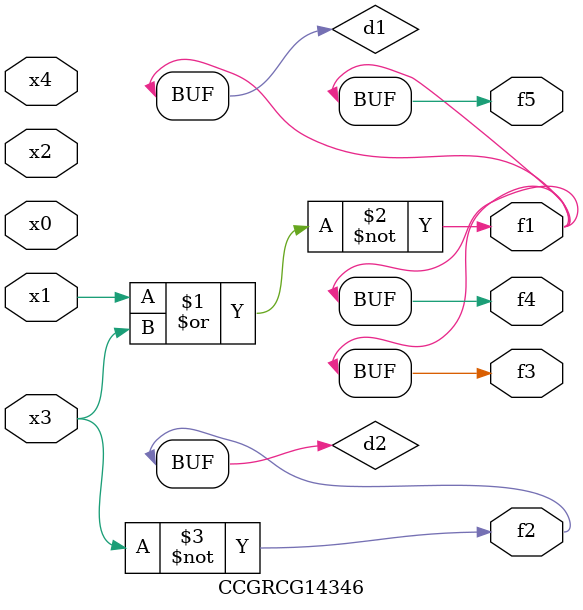
<source format=v>
module CCGRCG14346(
	input x0, x1, x2, x3, x4,
	output f1, f2, f3, f4, f5
);

	wire d1, d2;

	nor (d1, x1, x3);
	not (d2, x3);
	assign f1 = d1;
	assign f2 = d2;
	assign f3 = d1;
	assign f4 = d1;
	assign f5 = d1;
endmodule

</source>
